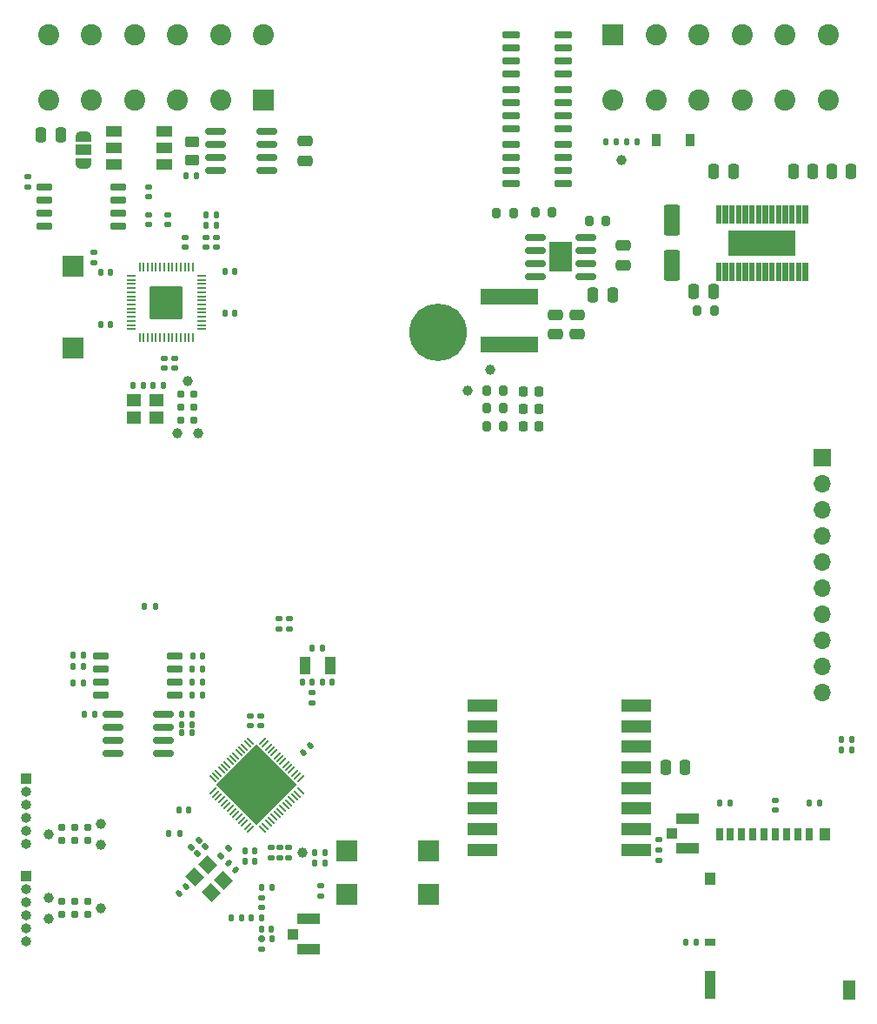
<source format=gbr>
%TF.GenerationSoftware,KiCad,Pcbnew,(6.0.2)*%
%TF.CreationDate,2022-05-10T14:48:36-06:00*%
%TF.ProjectId,CONEPROJ,434f4e45-5052-44f4-9a2e-6b696361645f,rev?*%
%TF.SameCoordinates,Original*%
%TF.FileFunction,Soldermask,Top*%
%TF.FilePolarity,Negative*%
%FSLAX46Y46*%
G04 Gerber Fmt 4.6, Leading zero omitted, Abs format (unit mm)*
G04 Created by KiCad (PCBNEW (6.0.2)) date 2022-05-10 14:48:36*
%MOMM*%
%LPD*%
G01*
G04 APERTURE LIST*
G04 Aperture macros list*
%AMRoundRect*
0 Rectangle with rounded corners*
0 $1 Rounding radius*
0 $2 $3 $4 $5 $6 $7 $8 $9 X,Y pos of 4 corners*
0 Add a 4 corners polygon primitive as box body*
4,1,4,$2,$3,$4,$5,$6,$7,$8,$9,$2,$3,0*
0 Add four circle primitives for the rounded corners*
1,1,$1+$1,$2,$3*
1,1,$1+$1,$4,$5*
1,1,$1+$1,$6,$7*
1,1,$1+$1,$8,$9*
0 Add four rect primitives between the rounded corners*
20,1,$1+$1,$2,$3,$4,$5,0*
20,1,$1+$1,$4,$5,$6,$7,0*
20,1,$1+$1,$6,$7,$8,$9,0*
20,1,$1+$1,$8,$9,$2,$3,0*%
%AMRotRect*
0 Rectangle, with rotation*
0 The origin of the aperture is its center*
0 $1 length*
0 $2 width*
0 $3 Rotation angle, in degrees counterclockwise*
0 Add horizontal line*
21,1,$1,$2,0,0,$3*%
%AMFreePoly0*
4,1,22,0.550000,-0.750000,0.000000,-0.750000,0.000000,-0.745033,-0.079941,-0.743568,-0.215256,-0.701293,-0.333266,-0.622738,-0.424486,-0.514219,-0.481581,-0.384460,-0.499164,-0.250000,-0.500000,-0.250000,-0.500000,0.250000,-0.499164,0.250000,-0.499963,0.256109,-0.478152,0.396186,-0.417904,0.524511,-0.324060,0.630769,-0.204165,0.706417,-0.067858,0.745374,0.000000,0.744959,0.000000,0.750000,
0.550000,0.750000,0.550000,-0.750000,0.550000,-0.750000,$1*%
%AMFreePoly1*
4,1,20,0.000000,0.744959,0.073905,0.744508,0.209726,0.703889,0.328688,0.626782,0.421226,0.519385,0.479903,0.390333,0.500000,0.250000,0.500000,-0.250000,0.499851,-0.262216,0.476331,-0.402017,0.414519,-0.529596,0.319384,-0.634700,0.198574,-0.708877,0.061801,-0.746166,0.000000,-0.745033,0.000000,-0.750000,-0.550000,-0.750000,-0.550000,0.750000,0.000000,0.750000,0.000000,0.744959,
0.000000,0.744959,$1*%
G04 Aperture macros list end*
%ADD10C,0.010000*%
%ADD11RoundRect,0.250000X-0.550000X1.250000X-0.550000X-1.250000X0.550000X-1.250000X0.550000X1.250000X0*%
%ADD12RoundRect,0.200000X-0.200000X-0.275000X0.200000X-0.275000X0.200000X0.275000X-0.200000X0.275000X0*%
%ADD13RoundRect,0.200000X0.200000X0.275000X-0.200000X0.275000X-0.200000X-0.275000X0.200000X-0.275000X0*%
%ADD14RoundRect,0.218750X-0.218750X-0.256250X0.218750X-0.256250X0.218750X0.256250X-0.218750X0.256250X0*%
%ADD15RoundRect,0.250000X0.250000X0.475000X-0.250000X0.475000X-0.250000X-0.475000X0.250000X-0.475000X0*%
%ADD16RoundRect,0.250000X-0.475000X0.250000X-0.475000X-0.250000X0.475000X-0.250000X0.475000X0.250000X0*%
%ADD17RoundRect,0.150000X0.825000X0.150000X-0.825000X0.150000X-0.825000X-0.150000X0.825000X-0.150000X0*%
%ADD18R,2.290000X3.000000*%
%ADD19RoundRect,0.250000X0.475000X-0.250000X0.475000X0.250000X-0.475000X0.250000X-0.475000X-0.250000X0*%
%ADD20C,0.990600*%
%ADD21C,0.787400*%
%ADD22O,1.000000X1.000000*%
%ADD23R,1.000000X1.000000*%
%ADD24RoundRect,0.140000X-0.140000X-0.170000X0.140000X-0.170000X0.140000X0.170000X-0.140000X0.170000X0*%
%ADD25R,5.700000X1.600000*%
%ADD26RoundRect,0.140000X-0.021213X0.219203X-0.219203X0.021213X0.021213X-0.219203X0.219203X-0.021213X0*%
%ADD27RoundRect,0.140000X0.170000X-0.140000X0.170000X0.140000X-0.170000X0.140000X-0.170000X-0.140000X0*%
%ADD28RoundRect,0.150000X-0.825000X-0.150000X0.825000X-0.150000X0.825000X0.150000X-0.825000X0.150000X0*%
%ADD29RoundRect,0.140000X-0.219203X-0.021213X-0.021213X-0.219203X0.219203X0.021213X0.021213X0.219203X0*%
%ADD30RoundRect,0.135000X-0.035355X0.226274X-0.226274X0.035355X0.035355X-0.226274X0.226274X-0.035355X0*%
%ADD31R,1.400000X1.200000*%
%ADD32RoundRect,0.135000X0.135000X0.185000X-0.135000X0.185000X-0.135000X-0.185000X0.135000X-0.185000X0*%
%ADD33R,0.700000X1.200000*%
%ADD34R,1.300000X1.900000*%
%ADD35R,1.000000X1.200000*%
%ADD36R,1.000000X2.800000*%
%ADD37R,1.000000X0.800000*%
%ADD38FreePoly0,90.000000*%
%ADD39R,1.500000X1.000000*%
%ADD40FreePoly1,90.000000*%
%ADD41RoundRect,0.150000X-0.650000X-0.150000X0.650000X-0.150000X0.650000X0.150000X-0.650000X0.150000X0*%
%ADD42RoundRect,0.140000X0.140000X0.170000X-0.140000X0.170000X-0.140000X-0.170000X0.140000X-0.170000X0*%
%ADD43R,3.000000X1.200000*%
%ADD44RoundRect,0.135000X-0.185000X0.135000X-0.185000X-0.135000X0.185000X-0.135000X0.185000X0.135000X0*%
%ADD45RoundRect,0.135000X-0.135000X-0.185000X0.135000X-0.185000X0.135000X0.185000X-0.135000X0.185000X0*%
%ADD46R,2.200000X1.050000*%
%ADD47R,1.050000X1.000000*%
%ADD48C,1.000000*%
%ADD49RoundRect,0.147500X-0.172500X0.147500X-0.172500X-0.147500X0.172500X-0.147500X0.172500X0.147500X0*%
%ADD50RoundRect,0.135000X0.185000X-0.135000X0.185000X0.135000X-0.185000X0.135000X-0.185000X-0.135000X0*%
%ADD51RoundRect,0.140000X-0.170000X0.140000X-0.170000X-0.140000X0.170000X-0.140000X0.170000X0.140000X0*%
%ADD52R,0.900000X1.200000*%
%ADD53RoundRect,0.050000X0.309359X-0.238649X-0.238649X0.309359X-0.309359X0.238649X0.238649X-0.309359X0*%
%ADD54RoundRect,0.050000X0.309359X0.238649X0.238649X0.309359X-0.309359X-0.238649X-0.238649X-0.309359X0*%
%ADD55RotRect,5.600000X5.600000X135.000000*%
%ADD56R,2.056000X2.056000*%
%ADD57C,2.056000*%
%ADD58RoundRect,0.150000X-0.725000X-0.150000X0.725000X-0.150000X0.725000X0.150000X-0.725000X0.150000X0*%
%ADD59RoundRect,0.147500X0.147500X0.172500X-0.147500X0.172500X-0.147500X-0.172500X0.147500X-0.172500X0*%
%ADD60R,2.000000X2.000000*%
%ADD61RoundRect,0.135000X0.035355X-0.226274X0.226274X-0.035355X-0.035355X0.226274X-0.226274X0.035355X0*%
%ADD62RoundRect,0.140000X0.021213X-0.219203X0.219203X-0.021213X-0.021213X0.219203X-0.219203X0.021213X0*%
%ADD63C,5.600000*%
%ADD64R,1.000000X1.800000*%
%ADD65R,1.700000X1.700000*%
%ADD66O,1.700000X1.700000*%
%ADD67RotRect,1.400000X1.200000X135.000000*%
%ADD68RoundRect,0.250000X-0.450000X0.262500X-0.450000X-0.262500X0.450000X-0.262500X0.450000X0.262500X0*%
%ADD69RoundRect,0.050000X-0.387500X-0.050000X0.387500X-0.050000X0.387500X0.050000X-0.387500X0.050000X0*%
%ADD70RoundRect,0.050000X-0.050000X-0.387500X0.050000X-0.387500X0.050000X0.387500X-0.050000X0.387500X0*%
%ADD71RoundRect,0.144000X-1.456000X-1.456000X1.456000X-1.456000X1.456000X1.456000X-1.456000X1.456000X0*%
G04 APERTURE END LIST*
D10*
%TO.C,U10*%
X99021500Y-67155000D02*
X99021500Y-68895000D01*
X99021500Y-68895000D02*
X98581500Y-68895000D01*
X98581500Y-68895000D02*
X98581500Y-67155000D01*
X98581500Y-67155000D02*
X99021500Y-67155000D01*
G36*
X99021500Y-68895000D02*
G01*
X98581500Y-68895000D01*
X98581500Y-67155000D01*
X99021500Y-67155000D01*
X99021500Y-68895000D01*
G37*
X99021500Y-68895000D02*
X98581500Y-68895000D01*
X98581500Y-67155000D01*
X99021500Y-67155000D01*
X99021500Y-68895000D01*
X98371500Y-67155000D02*
X98371500Y-68895000D01*
X98371500Y-68895000D02*
X97931500Y-68895000D01*
X97931500Y-68895000D02*
X97931500Y-67155000D01*
X97931500Y-67155000D02*
X98371500Y-67155000D01*
G36*
X98371500Y-68895000D02*
G01*
X97931500Y-68895000D01*
X97931500Y-67155000D01*
X98371500Y-67155000D01*
X98371500Y-68895000D01*
G37*
X98371500Y-68895000D02*
X97931500Y-68895000D01*
X97931500Y-67155000D01*
X98371500Y-67155000D01*
X98371500Y-68895000D01*
X95121500Y-61555000D02*
X95121500Y-63295000D01*
X95121500Y-63295000D02*
X94681500Y-63295000D01*
X94681500Y-63295000D02*
X94681500Y-61555000D01*
X94681500Y-61555000D02*
X95121500Y-61555000D01*
G36*
X95121500Y-63295000D02*
G01*
X94681500Y-63295000D01*
X94681500Y-61555000D01*
X95121500Y-61555000D01*
X95121500Y-63295000D01*
G37*
X95121500Y-63295000D02*
X94681500Y-63295000D01*
X94681500Y-61555000D01*
X95121500Y-61555000D01*
X95121500Y-63295000D01*
X97721500Y-61555000D02*
X97721500Y-63295000D01*
X97721500Y-63295000D02*
X97281500Y-63295000D01*
X97281500Y-63295000D02*
X97281500Y-61555000D01*
X97281500Y-61555000D02*
X97721500Y-61555000D01*
G36*
X97721500Y-63295000D02*
G01*
X97281500Y-63295000D01*
X97281500Y-61555000D01*
X97721500Y-61555000D01*
X97721500Y-63295000D01*
G37*
X97721500Y-63295000D02*
X97281500Y-63295000D01*
X97281500Y-61555000D01*
X97721500Y-61555000D01*
X97721500Y-63295000D01*
X102921500Y-61555000D02*
X102921500Y-63295000D01*
X102921500Y-63295000D02*
X102481500Y-63295000D01*
X102481500Y-63295000D02*
X102481500Y-61555000D01*
X102481500Y-61555000D02*
X102921500Y-61555000D01*
G36*
X102921500Y-63295000D02*
G01*
X102481500Y-63295000D01*
X102481500Y-61555000D01*
X102921500Y-61555000D01*
X102921500Y-63295000D01*
G37*
X102921500Y-63295000D02*
X102481500Y-63295000D01*
X102481500Y-61555000D01*
X102921500Y-61555000D01*
X102921500Y-63295000D01*
X99671500Y-61555000D02*
X99671500Y-63295000D01*
X99671500Y-63295000D02*
X99231500Y-63295000D01*
X99231500Y-63295000D02*
X99231500Y-61555000D01*
X99231500Y-61555000D02*
X99671500Y-61555000D01*
G36*
X99671500Y-63295000D02*
G01*
X99231500Y-63295000D01*
X99231500Y-61555000D01*
X99671500Y-61555000D01*
X99671500Y-63295000D01*
G37*
X99671500Y-63295000D02*
X99231500Y-63295000D01*
X99231500Y-61555000D01*
X99671500Y-61555000D01*
X99671500Y-63295000D01*
X98371500Y-61555000D02*
X98371500Y-63295000D01*
X98371500Y-63295000D02*
X97931500Y-63295000D01*
X97931500Y-63295000D02*
X97931500Y-61555000D01*
X97931500Y-61555000D02*
X98371500Y-61555000D01*
G36*
X98371500Y-63295000D02*
G01*
X97931500Y-63295000D01*
X97931500Y-61555000D01*
X98371500Y-61555000D01*
X98371500Y-63295000D01*
G37*
X98371500Y-63295000D02*
X97931500Y-63295000D01*
X97931500Y-61555000D01*
X98371500Y-61555000D01*
X98371500Y-63295000D01*
X100971500Y-67155000D02*
X100971500Y-68895000D01*
X100971500Y-68895000D02*
X100531500Y-68895000D01*
X100531500Y-68895000D02*
X100531500Y-67155000D01*
X100531500Y-67155000D02*
X100971500Y-67155000D01*
G36*
X100971500Y-68895000D02*
G01*
X100531500Y-68895000D01*
X100531500Y-67155000D01*
X100971500Y-67155000D01*
X100971500Y-68895000D01*
G37*
X100971500Y-68895000D02*
X100531500Y-68895000D01*
X100531500Y-67155000D01*
X100971500Y-67155000D01*
X100971500Y-68895000D01*
X100971500Y-61555000D02*
X100971500Y-63295000D01*
X100971500Y-63295000D02*
X100531500Y-63295000D01*
X100531500Y-63295000D02*
X100531500Y-61555000D01*
X100531500Y-61555000D02*
X100971500Y-61555000D01*
G36*
X100971500Y-63295000D02*
G01*
X100531500Y-63295000D01*
X100531500Y-61555000D01*
X100971500Y-61555000D01*
X100971500Y-63295000D01*
G37*
X100971500Y-63295000D02*
X100531500Y-63295000D01*
X100531500Y-61555000D01*
X100971500Y-61555000D01*
X100971500Y-63295000D01*
X102921500Y-67155000D02*
X102921500Y-68895000D01*
X102921500Y-68895000D02*
X102481500Y-68895000D01*
X102481500Y-68895000D02*
X102481500Y-67155000D01*
X102481500Y-67155000D02*
X102921500Y-67155000D01*
G36*
X102921500Y-68895000D02*
G01*
X102481500Y-68895000D01*
X102481500Y-67155000D01*
X102921500Y-67155000D01*
X102921500Y-68895000D01*
G37*
X102921500Y-68895000D02*
X102481500Y-68895000D01*
X102481500Y-67155000D01*
X102921500Y-67155000D01*
X102921500Y-68895000D01*
X101621500Y-67155000D02*
X101621500Y-68895000D01*
X101621500Y-68895000D02*
X101181500Y-68895000D01*
X101181500Y-68895000D02*
X101181500Y-67155000D01*
X101181500Y-67155000D02*
X101621500Y-67155000D01*
G36*
X101621500Y-68895000D02*
G01*
X101181500Y-68895000D01*
X101181500Y-67155000D01*
X101621500Y-67155000D01*
X101621500Y-68895000D01*
G37*
X101621500Y-68895000D02*
X101181500Y-68895000D01*
X101181500Y-67155000D01*
X101621500Y-67155000D01*
X101621500Y-68895000D01*
X99021500Y-61555000D02*
X99021500Y-63295000D01*
X99021500Y-63295000D02*
X98581500Y-63295000D01*
X98581500Y-63295000D02*
X98581500Y-61555000D01*
X98581500Y-61555000D02*
X99021500Y-61555000D01*
G36*
X99021500Y-63295000D02*
G01*
X98581500Y-63295000D01*
X98581500Y-61555000D01*
X99021500Y-61555000D01*
X99021500Y-63295000D01*
G37*
X99021500Y-63295000D02*
X98581500Y-63295000D01*
X98581500Y-61555000D01*
X99021500Y-61555000D01*
X99021500Y-63295000D01*
X101706500Y-64025000D02*
X101706500Y-66425000D01*
X101706500Y-66425000D02*
X95246500Y-66425000D01*
X95246500Y-66425000D02*
X95246500Y-64025000D01*
X95246500Y-64025000D02*
X101706500Y-64025000D01*
G36*
X101706500Y-66425000D02*
G01*
X95246500Y-66425000D01*
X95246500Y-64025000D01*
X101706500Y-64025000D01*
X101706500Y-66425000D01*
G37*
X101706500Y-66425000D02*
X95246500Y-66425000D01*
X95246500Y-64025000D01*
X101706500Y-64025000D01*
X101706500Y-66425000D01*
X102271500Y-67155000D02*
X102271500Y-68895000D01*
X102271500Y-68895000D02*
X101831500Y-68895000D01*
X101831500Y-68895000D02*
X101831500Y-67155000D01*
X101831500Y-67155000D02*
X102271500Y-67155000D01*
G36*
X102271500Y-68895000D02*
G01*
X101831500Y-68895000D01*
X101831500Y-67155000D01*
X102271500Y-67155000D01*
X102271500Y-68895000D01*
G37*
X102271500Y-68895000D02*
X101831500Y-68895000D01*
X101831500Y-67155000D01*
X102271500Y-67155000D01*
X102271500Y-68895000D01*
X99671500Y-67155000D02*
X99671500Y-68895000D01*
X99671500Y-68895000D02*
X99231500Y-68895000D01*
X99231500Y-68895000D02*
X99231500Y-67155000D01*
X99231500Y-67155000D02*
X99671500Y-67155000D01*
G36*
X99671500Y-68895000D02*
G01*
X99231500Y-68895000D01*
X99231500Y-67155000D01*
X99671500Y-67155000D01*
X99671500Y-68895000D01*
G37*
X99671500Y-68895000D02*
X99231500Y-68895000D01*
X99231500Y-67155000D01*
X99671500Y-67155000D01*
X99671500Y-68895000D01*
X95771500Y-61555000D02*
X95771500Y-63295000D01*
X95771500Y-63295000D02*
X95331500Y-63295000D01*
X95331500Y-63295000D02*
X95331500Y-61555000D01*
X95331500Y-61555000D02*
X95771500Y-61555000D01*
G36*
X95771500Y-63295000D02*
G01*
X95331500Y-63295000D01*
X95331500Y-61555000D01*
X95771500Y-61555000D01*
X95771500Y-63295000D01*
G37*
X95771500Y-63295000D02*
X95331500Y-63295000D01*
X95331500Y-61555000D01*
X95771500Y-61555000D01*
X95771500Y-63295000D01*
X97071500Y-61555000D02*
X97071500Y-63295000D01*
X97071500Y-63295000D02*
X96631500Y-63295000D01*
X96631500Y-63295000D02*
X96631500Y-61555000D01*
X96631500Y-61555000D02*
X97071500Y-61555000D01*
G36*
X97071500Y-63295000D02*
G01*
X96631500Y-63295000D01*
X96631500Y-61555000D01*
X97071500Y-61555000D01*
X97071500Y-63295000D01*
G37*
X97071500Y-63295000D02*
X96631500Y-63295000D01*
X96631500Y-61555000D01*
X97071500Y-61555000D01*
X97071500Y-63295000D01*
X100321500Y-67155000D02*
X100321500Y-68895000D01*
X100321500Y-68895000D02*
X99881500Y-68895000D01*
X99881500Y-68895000D02*
X99881500Y-67155000D01*
X99881500Y-67155000D02*
X100321500Y-67155000D01*
G36*
X100321500Y-68895000D02*
G01*
X99881500Y-68895000D01*
X99881500Y-67155000D01*
X100321500Y-67155000D01*
X100321500Y-68895000D01*
G37*
X100321500Y-68895000D02*
X99881500Y-68895000D01*
X99881500Y-67155000D01*
X100321500Y-67155000D01*
X100321500Y-68895000D01*
X97721500Y-67155000D02*
X97721500Y-68895000D01*
X97721500Y-68895000D02*
X97281500Y-68895000D01*
X97281500Y-68895000D02*
X97281500Y-67155000D01*
X97281500Y-67155000D02*
X97721500Y-67155000D01*
G36*
X97721500Y-68895000D02*
G01*
X97281500Y-68895000D01*
X97281500Y-67155000D01*
X97721500Y-67155000D01*
X97721500Y-68895000D01*
G37*
X97721500Y-68895000D02*
X97281500Y-68895000D01*
X97281500Y-67155000D01*
X97721500Y-67155000D01*
X97721500Y-68895000D01*
X101621500Y-61555000D02*
X101621500Y-63295000D01*
X101621500Y-63295000D02*
X101181500Y-63295000D01*
X101181500Y-63295000D02*
X101181500Y-61555000D01*
X101181500Y-61555000D02*
X101621500Y-61555000D01*
G36*
X101621500Y-63295000D02*
G01*
X101181500Y-63295000D01*
X101181500Y-61555000D01*
X101621500Y-61555000D01*
X101621500Y-63295000D01*
G37*
X101621500Y-63295000D02*
X101181500Y-63295000D01*
X101181500Y-61555000D01*
X101621500Y-61555000D01*
X101621500Y-63295000D01*
X95771500Y-67155000D02*
X95771500Y-68895000D01*
X95771500Y-68895000D02*
X95331500Y-68895000D01*
X95331500Y-68895000D02*
X95331500Y-67155000D01*
X95331500Y-67155000D02*
X95771500Y-67155000D01*
G36*
X95771500Y-68895000D02*
G01*
X95331500Y-68895000D01*
X95331500Y-67155000D01*
X95771500Y-67155000D01*
X95771500Y-68895000D01*
G37*
X95771500Y-68895000D02*
X95331500Y-68895000D01*
X95331500Y-67155000D01*
X95771500Y-67155000D01*
X95771500Y-68895000D01*
X97071500Y-67155000D02*
X97071500Y-68895000D01*
X97071500Y-68895000D02*
X96631500Y-68895000D01*
X96631500Y-68895000D02*
X96631500Y-67155000D01*
X96631500Y-67155000D02*
X97071500Y-67155000D01*
G36*
X97071500Y-68895000D02*
G01*
X96631500Y-68895000D01*
X96631500Y-67155000D01*
X97071500Y-67155000D01*
X97071500Y-68895000D01*
G37*
X97071500Y-68895000D02*
X96631500Y-68895000D01*
X96631500Y-67155000D01*
X97071500Y-67155000D01*
X97071500Y-68895000D01*
X94471500Y-67155000D02*
X94471500Y-68895000D01*
X94471500Y-68895000D02*
X94031500Y-68895000D01*
X94031500Y-68895000D02*
X94031500Y-67155000D01*
X94031500Y-67155000D02*
X94471500Y-67155000D01*
G36*
X94471500Y-68895000D02*
G01*
X94031500Y-68895000D01*
X94031500Y-67155000D01*
X94471500Y-67155000D01*
X94471500Y-68895000D01*
G37*
X94471500Y-68895000D02*
X94031500Y-68895000D01*
X94031500Y-67155000D01*
X94471500Y-67155000D01*
X94471500Y-68895000D01*
X95121500Y-67155000D02*
X95121500Y-68895000D01*
X95121500Y-68895000D02*
X94681500Y-68895000D01*
X94681500Y-68895000D02*
X94681500Y-67155000D01*
X94681500Y-67155000D02*
X95121500Y-67155000D01*
G36*
X95121500Y-68895000D02*
G01*
X94681500Y-68895000D01*
X94681500Y-67155000D01*
X95121500Y-67155000D01*
X95121500Y-68895000D01*
G37*
X95121500Y-68895000D02*
X94681500Y-68895000D01*
X94681500Y-67155000D01*
X95121500Y-67155000D01*
X95121500Y-68895000D01*
X96421500Y-61555000D02*
X96421500Y-63295000D01*
X96421500Y-63295000D02*
X95981500Y-63295000D01*
X95981500Y-63295000D02*
X95981500Y-61555000D01*
X95981500Y-61555000D02*
X96421500Y-61555000D01*
G36*
X96421500Y-63295000D02*
G01*
X95981500Y-63295000D01*
X95981500Y-61555000D01*
X96421500Y-61555000D01*
X96421500Y-63295000D01*
G37*
X96421500Y-63295000D02*
X95981500Y-63295000D01*
X95981500Y-61555000D01*
X96421500Y-61555000D01*
X96421500Y-63295000D01*
X94471500Y-61555000D02*
X94471500Y-63295000D01*
X94471500Y-63295000D02*
X94031500Y-63295000D01*
X94031500Y-63295000D02*
X94031500Y-61555000D01*
X94031500Y-61555000D02*
X94471500Y-61555000D01*
G36*
X94471500Y-63295000D02*
G01*
X94031500Y-63295000D01*
X94031500Y-61555000D01*
X94471500Y-61555000D01*
X94471500Y-63295000D01*
G37*
X94471500Y-63295000D02*
X94031500Y-63295000D01*
X94031500Y-61555000D01*
X94471500Y-61555000D01*
X94471500Y-63295000D01*
X102271500Y-61555000D02*
X102271500Y-63295000D01*
X102271500Y-63295000D02*
X101831500Y-63295000D01*
X101831500Y-63295000D02*
X101831500Y-61555000D01*
X101831500Y-61555000D02*
X102271500Y-61555000D01*
G36*
X102271500Y-63295000D02*
G01*
X101831500Y-63295000D01*
X101831500Y-61555000D01*
X102271500Y-61555000D01*
X102271500Y-63295000D01*
G37*
X102271500Y-63295000D02*
X101831500Y-63295000D01*
X101831500Y-61555000D01*
X102271500Y-61555000D01*
X102271500Y-63295000D01*
X100321500Y-61555000D02*
X100321500Y-63295000D01*
X100321500Y-63295000D02*
X99881500Y-63295000D01*
X99881500Y-63295000D02*
X99881500Y-61555000D01*
X99881500Y-61555000D02*
X100321500Y-61555000D01*
G36*
X100321500Y-63295000D02*
G01*
X99881500Y-63295000D01*
X99881500Y-61555000D01*
X100321500Y-61555000D01*
X100321500Y-63295000D01*
G37*
X100321500Y-63295000D02*
X99881500Y-63295000D01*
X99881500Y-61555000D01*
X100321500Y-61555000D01*
X100321500Y-63295000D01*
X96421500Y-67155000D02*
X96421500Y-68895000D01*
X96421500Y-68895000D02*
X95981500Y-68895000D01*
X95981500Y-68895000D02*
X95981500Y-67155000D01*
X95981500Y-67155000D02*
X96421500Y-67155000D01*
G36*
X96421500Y-68895000D02*
G01*
X95981500Y-68895000D01*
X95981500Y-67155000D01*
X96421500Y-67155000D01*
X96421500Y-68895000D01*
G37*
X96421500Y-68895000D02*
X95981500Y-68895000D01*
X95981500Y-67155000D01*
X96421500Y-67155000D01*
X96421500Y-68895000D01*
%TD*%
D11*
%TO.C,C47*%
X89745000Y-63074999D03*
X89745000Y-67474999D03*
%TD*%
D12*
%TO.C,R39*%
X92215000Y-71860000D03*
X93865000Y-71860000D03*
%TD*%
D13*
%TO.C,R20*%
X73342498Y-83075001D03*
X71692498Y-83075001D03*
%TD*%
%TO.C,R19*%
X73342499Y-81350001D03*
X71692499Y-81350001D03*
%TD*%
%TO.C,R18*%
X73332499Y-79660000D03*
X71682499Y-79660000D03*
%TD*%
D14*
%TO.C,D4*%
X75234998Y-83075001D03*
X76809998Y-83075001D03*
%TD*%
%TO.C,D3*%
X75234998Y-81389999D03*
X76809998Y-81389999D03*
%TD*%
%TO.C,D2*%
X75224998Y-79700000D03*
X76799998Y-79700000D03*
%TD*%
D15*
%TO.C,C46*%
X107185001Y-58335000D03*
X105285001Y-58335000D03*
%TD*%
%TO.C,C45*%
X91024999Y-116250002D03*
X89124999Y-116250002D03*
%TD*%
%TO.C,C44*%
X95745000Y-58335000D03*
X93845000Y-58335000D03*
%TD*%
%TO.C,C43*%
X103455000Y-58335000D03*
X101555000Y-58335000D03*
%TD*%
%TO.C,C42*%
X93765000Y-70004999D03*
X91865000Y-70004999D03*
%TD*%
%TO.C,C6*%
X30210000Y-54750000D03*
X28310000Y-54750000D03*
%TD*%
D16*
%TO.C,C5*%
X53990000Y-55364999D03*
X53990000Y-57264999D03*
%TD*%
D17*
%TO.C,U8*%
X81380000Y-68510000D03*
X81380000Y-67240000D03*
X81380000Y-65970000D03*
X81380000Y-64700000D03*
X76430000Y-64700000D03*
X76430000Y-65970000D03*
X76430000Y-67240000D03*
X76430000Y-68510000D03*
D18*
X78905000Y-66605000D03*
%TD*%
D12*
%TO.C,R35*%
X78070000Y-62315000D03*
X76420000Y-62315000D03*
%TD*%
%TO.C,R34*%
X74300000Y-62325000D03*
X72650000Y-62325000D03*
%TD*%
D13*
%TO.C,R23*%
X83340000Y-63095000D03*
X81690000Y-63095000D03*
%TD*%
D19*
%TO.C,C41*%
X78425000Y-74155000D03*
X78425000Y-72255000D03*
%TD*%
%TO.C,C39*%
X80495000Y-74155000D03*
X80495000Y-72255000D03*
%TD*%
D15*
%TO.C,C32*%
X83955001Y-70325000D03*
X82055001Y-70325000D03*
%TD*%
D19*
%TO.C,C25*%
X85025000Y-67405000D03*
X85025000Y-65505000D03*
%TD*%
D20*
%TO.C,TC4*%
X34140000Y-123786000D03*
X34140000Y-121754000D03*
X29060000Y-122770000D03*
D21*
X30330000Y-123405000D03*
X30330000Y-122135000D03*
X31600000Y-123405000D03*
X31600000Y-122135000D03*
X32870000Y-123405000D03*
X32870000Y-122135000D03*
%TD*%
D22*
%TO.C,J8*%
X26830000Y-123760000D03*
X26830000Y-122490000D03*
X26830000Y-121220000D03*
X26830000Y-119950000D03*
X26830000Y-118680000D03*
D23*
X26830000Y-117410000D03*
%TD*%
%TO.C,J6*%
X26850000Y-126890000D03*
D22*
X26850000Y-128160000D03*
X26850000Y-129430000D03*
X26850000Y-130700000D03*
X26850000Y-131970000D03*
X26850000Y-133240000D03*
%TD*%
D24*
%TO.C,C24*%
X39230000Y-79100000D03*
X40190000Y-79100000D03*
%TD*%
D25*
%TO.C,L6*%
X73950000Y-70480000D03*
X73950000Y-75180000D03*
%TD*%
D26*
%TO.C,C22*%
X42377559Y-127881163D03*
X41698737Y-128559985D03*
%TD*%
D27*
%TO.C,C16*%
X48680000Y-112220000D03*
X48680000Y-111260000D03*
%TD*%
D28*
%TO.C,U2*%
X35298163Y-111122087D03*
X35298163Y-112392087D03*
X35298163Y-113662087D03*
X35298163Y-114932087D03*
X40248163Y-114932087D03*
X40248163Y-113662087D03*
X40248163Y-112392087D03*
X40248163Y-111122087D03*
%TD*%
D20*
%TO.C,TC3*%
X42570000Y-78700000D03*
X43586000Y-83780000D03*
X41554000Y-83780000D03*
D21*
X41935000Y-79970000D03*
X43205000Y-79970000D03*
X41935000Y-81240000D03*
X43205000Y-81240000D03*
X41935000Y-82510000D03*
X43205000Y-82510000D03*
%TD*%
D17*
%TO.C,U3*%
X50270000Y-58230000D03*
X50270000Y-56960000D03*
X50270000Y-55690000D03*
X50270000Y-54420000D03*
X45320000Y-54420000D03*
X45320000Y-55690000D03*
X45320000Y-56960000D03*
X45320000Y-58230000D03*
%TD*%
D24*
%TO.C,C21*%
X46850000Y-130980000D03*
X47810000Y-130980000D03*
%TD*%
D29*
%TO.C,C18*%
X46580589Y-125610589D03*
X47259411Y-126289411D03*
%TD*%
D30*
%TO.C,R26*%
X43670624Y-123379376D03*
X42949376Y-124100624D03*
%TD*%
D31*
%TO.C,Y4*%
X39500000Y-80520000D03*
X37300000Y-80520000D03*
X37300000Y-82220000D03*
X39500000Y-82220000D03*
%TD*%
D27*
%TO.C,C33*%
X42330000Y-65660000D03*
X42330000Y-64700000D03*
%TD*%
D32*
%TO.C,R31*%
X84355000Y-55424999D03*
X83335000Y-55424999D03*
%TD*%
D33*
%TO.C,J3*%
X103085000Y-122845003D03*
X101985000Y-122845003D03*
X100885000Y-122845003D03*
X99785000Y-122845003D03*
X98685000Y-122845003D03*
X97585000Y-122845003D03*
X96485000Y-122845003D03*
X95385000Y-122845003D03*
D34*
X106985000Y-137945003D03*
D35*
X104635000Y-122845003D03*
D36*
X93485000Y-137495003D03*
D35*
X93485000Y-127145003D03*
D37*
X93485000Y-133345003D03*
D33*
X94435000Y-122845003D03*
%TD*%
D38*
%TO.C,JP2*%
X32440000Y-57500000D03*
D39*
X32440000Y-56200000D03*
D40*
X32440000Y-54900000D03*
%TD*%
D41*
%TO.C,U5*%
X34078163Y-105482086D03*
X34078163Y-106752086D03*
X34078163Y-108022086D03*
X34078163Y-109292086D03*
X41278163Y-109292086D03*
X41278163Y-108022086D03*
X41278163Y-106752086D03*
X41278163Y-105482086D03*
%TD*%
D32*
%TO.C,R43*%
X107240000Y-113550000D03*
X106220000Y-113550000D03*
%TD*%
D42*
%TO.C,C50*%
X35070000Y-68130000D03*
X34110000Y-68130000D03*
%TD*%
D43*
%TO.C,U9*%
X71275000Y-110300000D03*
X71275000Y-112300000D03*
X71275000Y-114300000D03*
X71275000Y-116300000D03*
X71275000Y-118300000D03*
X71275000Y-120300000D03*
X71275000Y-122300000D03*
X71275000Y-124300000D03*
X86275000Y-124300000D03*
X86275000Y-122300000D03*
X86275000Y-120300000D03*
X86275000Y-118300000D03*
X86275000Y-116300000D03*
X86275000Y-114300000D03*
X86275000Y-112300000D03*
X86275000Y-110300000D03*
%TD*%
D44*
%TO.C,R8*%
X54720000Y-109000000D03*
X54720000Y-110020000D03*
%TD*%
D42*
%TO.C,C23*%
X54721644Y-108019382D03*
X53761644Y-108019382D03*
%TD*%
%TO.C,C49*%
X35050000Y-73190000D03*
X34090000Y-73190000D03*
%TD*%
D45*
%TO.C,R2*%
X41987652Y-112103456D03*
X43007652Y-112103456D03*
%TD*%
D46*
%TO.C,J7*%
X54335000Y-131035000D03*
D47*
X52810000Y-132510000D03*
D46*
X54335000Y-133985000D03*
%TD*%
D30*
%TO.C,R27*%
X44260000Y-123980000D03*
X43538752Y-124701248D03*
%TD*%
D45*
%TO.C,R24*%
X91134999Y-133340002D03*
X92154999Y-133340002D03*
%TD*%
D27*
%TO.C,C38*%
X44380000Y-65660000D03*
X44380000Y-64700000D03*
%TD*%
D24*
%TO.C,C3*%
X42018164Y-111167088D03*
X42978164Y-111167088D03*
%TD*%
D42*
%TO.C,C26*%
X38250000Y-79090000D03*
X37290000Y-79090000D03*
%TD*%
D48*
%TO.C,TP3*%
X84855000Y-57155000D03*
%TD*%
D24*
%TO.C,C40*%
X46210000Y-72060000D03*
X47170000Y-72060000D03*
%TD*%
D49*
%TO.C,L3*%
X49770000Y-128965000D03*
X49770000Y-129935000D03*
%TD*%
D50*
%TO.C,R32*%
X88504999Y-124310002D03*
X88504999Y-123290002D03*
%TD*%
D51*
%TO.C,C10*%
X50720000Y-124100000D03*
X50720000Y-125060000D03*
%TD*%
D44*
%TO.C,R37*%
X27040000Y-58810000D03*
X27040000Y-59830000D03*
%TD*%
D45*
%TO.C,R38*%
X38390000Y-100610000D03*
X39410000Y-100610000D03*
%TD*%
%TO.C,R15*%
X31440000Y-105400000D03*
X32460000Y-105400000D03*
%TD*%
D32*
%TO.C,R28*%
X50780000Y-133000000D03*
X49760000Y-133000000D03*
%TD*%
D52*
%TO.C,D5*%
X91555000Y-55255000D03*
X88255000Y-55255000D03*
%TD*%
D46*
%TO.C,J2*%
X91304999Y-121255002D03*
D47*
X89779999Y-122730002D03*
D46*
X91304999Y-124205002D03*
%TD*%
D27*
%TO.C,C29*%
X38770000Y-63480000D03*
X38770000Y-62520000D03*
%TD*%
D24*
%TO.C,C2*%
X42018161Y-112927087D03*
X42978161Y-112927087D03*
%TD*%
D53*
%TO.C,U4*%
X49872202Y-122289157D03*
X50155045Y-122006314D03*
X50437887Y-121723472D03*
X50720730Y-121440629D03*
X51003573Y-121157786D03*
X51286415Y-120874944D03*
X51569258Y-120592101D03*
X51852101Y-120309258D03*
X52134944Y-120026415D03*
X52417786Y-119743573D03*
X52700629Y-119460730D03*
X52983472Y-119177887D03*
X53266314Y-118895045D03*
X53549157Y-118612202D03*
D54*
X53549157Y-117427798D03*
X53266314Y-117144955D03*
X52983472Y-116862113D03*
X52700629Y-116579270D03*
X52417786Y-116296427D03*
X52134944Y-116013585D03*
X51852101Y-115730742D03*
X51569258Y-115447899D03*
X51286415Y-115165056D03*
X51003573Y-114882214D03*
X50720730Y-114599371D03*
X50437887Y-114316528D03*
X50155045Y-114033686D03*
X49872202Y-113750843D03*
D53*
X48687798Y-113750843D03*
X48404955Y-114033686D03*
X48122113Y-114316528D03*
X47839270Y-114599371D03*
X47556427Y-114882214D03*
X47273585Y-115165056D03*
X46990742Y-115447899D03*
X46707899Y-115730742D03*
X46425056Y-116013585D03*
X46142214Y-116296427D03*
X45859371Y-116579270D03*
X45576528Y-116862113D03*
X45293686Y-117144955D03*
X45010843Y-117427798D03*
D54*
X45010843Y-118612202D03*
X45293686Y-118895045D03*
X45576528Y-119177887D03*
X45859371Y-119460730D03*
X46142214Y-119743573D03*
X46425056Y-120026415D03*
X46707899Y-120309258D03*
X46990742Y-120592101D03*
X47273585Y-120874944D03*
X47556427Y-121157786D03*
X47839270Y-121440629D03*
X48122113Y-121723472D03*
X48404955Y-122006314D03*
X48687798Y-122289157D03*
D55*
X49280000Y-118020000D03*
%TD*%
D27*
%TO.C,C28*%
X99780000Y-120450000D03*
X99780000Y-119490000D03*
%TD*%
D56*
%TO.C,J4*%
X84025000Y-45040000D03*
D57*
X88215000Y-45040000D03*
X92405000Y-45040000D03*
X96595000Y-45040000D03*
X100785000Y-45040000D03*
X104975000Y-45040000D03*
X104975000Y-51390000D03*
X100785000Y-51390000D03*
X96595000Y-51390000D03*
X92405000Y-51390000D03*
X88215000Y-51390000D03*
X84025000Y-51390000D03*
D56*
X49975000Y-51390000D03*
D57*
X45785000Y-51390000D03*
X41595000Y-51390000D03*
X37405000Y-51390000D03*
X33215000Y-51390000D03*
X29025000Y-51390000D03*
X29025000Y-45040000D03*
X33215000Y-45040000D03*
X37405000Y-45040000D03*
X41595000Y-45040000D03*
X45785000Y-45040000D03*
X49975000Y-45040000D03*
%TD*%
D58*
%TO.C,Q4*%
X74050000Y-55669999D03*
X74050000Y-56939999D03*
X74050000Y-58209999D03*
X74050000Y-59479999D03*
X79200000Y-59479999D03*
X79200000Y-58209999D03*
X79200000Y-56939999D03*
X79200000Y-55669999D03*
%TD*%
D24*
%TO.C,C13*%
X48130000Y-124390000D03*
X49090000Y-124390000D03*
%TD*%
D59*
%TO.C,L4*%
X49775000Y-130960000D03*
X48805000Y-130960000D03*
%TD*%
D44*
%TO.C,R4*%
X55540000Y-127800000D03*
X55540000Y-128820000D03*
%TD*%
D48*
%TO.C,TP4*%
X69880000Y-79620000D03*
%TD*%
D45*
%TO.C,R44*%
X94360000Y-119760000D03*
X95380000Y-119760000D03*
%TD*%
D60*
%TO.C,SW3*%
X58050000Y-124390000D03*
X66050000Y-124390000D03*
%TD*%
D32*
%TO.C,R40*%
X107240000Y-114590000D03*
X106220000Y-114590000D03*
%TD*%
%TO.C,R12*%
X32463163Y-106442088D03*
X31443163Y-106442088D03*
%TD*%
D45*
%TO.C,R6*%
X40760000Y-122730000D03*
X41780000Y-122730000D03*
%TD*%
D32*
%TO.C,R5*%
X33558161Y-111147087D03*
X32538161Y-111147087D03*
%TD*%
D50*
%TO.C,R22*%
X49760000Y-134000000D03*
X49760000Y-132980000D03*
%TD*%
D60*
%TO.C,SW2*%
X66040000Y-128660000D03*
X58040000Y-128660000D03*
%TD*%
D32*
%TO.C,R10*%
X32463164Y-108112087D03*
X31443164Y-108112087D03*
%TD*%
D44*
%TO.C,R33*%
X88502499Y-124307502D03*
X88502499Y-125327502D03*
%TD*%
D50*
%TO.C,R17*%
X51480000Y-102860000D03*
X51480000Y-101840000D03*
%TD*%
D44*
%TO.C,R36*%
X33422679Y-66170000D03*
X33422679Y-67190000D03*
%TD*%
D32*
%TO.C,R42*%
X45410000Y-63570000D03*
X44390000Y-63570000D03*
%TD*%
D41*
%TO.C,U7*%
X28630000Y-59825000D03*
X28630000Y-61095000D03*
X28630000Y-62365000D03*
X28630000Y-63635000D03*
X35830000Y-63635000D03*
X35830000Y-62365000D03*
X35830000Y-61095000D03*
X35830000Y-59825000D03*
%TD*%
D45*
%TO.C,R9*%
X43003163Y-106762087D03*
X44023163Y-106762087D03*
%TD*%
D58*
%TO.C,Q3*%
X74049999Y-50350001D03*
X74049999Y-51620001D03*
X74049999Y-52890001D03*
X74049999Y-54160001D03*
X79199999Y-54160001D03*
X79199999Y-52890001D03*
X79199999Y-51620001D03*
X79199999Y-50350001D03*
%TD*%
D24*
%TO.C,C4*%
X43053164Y-105477088D03*
X44013164Y-105477088D03*
%TD*%
D32*
%TO.C,R45*%
X104100000Y-119760000D03*
X103080000Y-119760000D03*
%TD*%
%TO.C,R41*%
X45410000Y-62520000D03*
X44390000Y-62520000D03*
%TD*%
D27*
%TO.C,C14*%
X49679998Y-112219998D03*
X49679998Y-111259998D03*
%TD*%
D32*
%TO.C,R21*%
X55670001Y-104667696D03*
X54650001Y-104667696D03*
%TD*%
D51*
%TO.C,C48*%
X40320000Y-76480000D03*
X40320000Y-77440000D03*
%TD*%
D61*
%TO.C,R7*%
X45799376Y-124920624D03*
X46520624Y-124199376D03*
%TD*%
D62*
%TO.C,C7*%
X53871330Y-114877518D03*
X54550152Y-114198696D03*
%TD*%
D32*
%TO.C,R30*%
X86325000Y-55424999D03*
X85305000Y-55424999D03*
%TD*%
D51*
%TO.C,C12*%
X51540000Y-124100000D03*
X51540000Y-125060000D03*
%TD*%
D45*
%TO.C,R25*%
X54980000Y-124550000D03*
X56000000Y-124550000D03*
%TD*%
D50*
%TO.C,R16*%
X52530000Y-102860000D03*
X52530000Y-101840000D03*
%TD*%
D24*
%TO.C,C52*%
X46220000Y-68050000D03*
X47180000Y-68050000D03*
%TD*%
D51*
%TO.C,C31*%
X41350000Y-76480000D03*
X41350000Y-77440000D03*
%TD*%
D24*
%TO.C,C19*%
X55684142Y-108005240D03*
X56644142Y-108005240D03*
%TD*%
D42*
%TO.C,C37*%
X55940000Y-125610000D03*
X54980000Y-125610000D03*
%TD*%
%TO.C,C17*%
X50770000Y-127960000D03*
X49810000Y-127960000D03*
%TD*%
D48*
%TO.C,TP2*%
X53800000Y-124550000D03*
%TD*%
D27*
%TO.C,C51*%
X40630000Y-63480000D03*
X40630000Y-62520000D03*
%TD*%
D63*
%TO.C,H1*%
X67000000Y-74000000D03*
%TD*%
D64*
%TO.C,Y3*%
X56500001Y-106397695D03*
X54000001Y-106397695D03*
%TD*%
D45*
%TO.C,R11*%
X43003164Y-108022086D03*
X44023164Y-108022086D03*
%TD*%
D39*
%TO.C,U6*%
X35390000Y-54440000D03*
X35390000Y-56040000D03*
X35390000Y-57640000D03*
X40290000Y-57640000D03*
X40290000Y-56040000D03*
X40290000Y-54440000D03*
%TD*%
D45*
%TO.C,R13*%
X43003162Y-109262088D03*
X44023162Y-109262088D03*
%TD*%
D51*
%TO.C,C11*%
X52370000Y-124100000D03*
X52370000Y-125060000D03*
%TD*%
D27*
%TO.C,C35*%
X45410000Y-65660000D03*
X45410000Y-64700000D03*
%TD*%
D48*
%TO.C,TP7*%
X72065000Y-77585000D03*
%TD*%
D20*
%TO.C,TC2*%
X29060000Y-130986000D03*
X34140000Y-129970000D03*
X29060000Y-128954000D03*
D21*
X32870000Y-129335000D03*
X32870000Y-130605000D03*
X31600000Y-129335000D03*
X31600000Y-130605000D03*
X30330000Y-129335000D03*
X30330000Y-130605000D03*
%TD*%
D65*
%TO.C,J5*%
X104430000Y-86190000D03*
D66*
X104430000Y-88730000D03*
X104430000Y-91270000D03*
X104430000Y-93810000D03*
X104430000Y-96350000D03*
X104430000Y-98890000D03*
X104430000Y-101430000D03*
X104430000Y-103970000D03*
X104430000Y-106510000D03*
X104430000Y-109050000D03*
%TD*%
D32*
%TO.C,R14*%
X43460000Y-58740000D03*
X42440000Y-58740000D03*
%TD*%
D24*
%TO.C,C15*%
X48140000Y-125420000D03*
X49100000Y-125420000D03*
%TD*%
D67*
%TO.C,Y2*%
X46048858Y-127316777D03*
X44493223Y-125761142D03*
X43291142Y-126963223D03*
X44846777Y-128518858D03*
%TD*%
D68*
%TO.C,R3*%
X42989999Y-55407500D03*
X42989999Y-57232500D03*
%TD*%
D51*
%TO.C,C9*%
X38770000Y-59810000D03*
X38770000Y-60770000D03*
%TD*%
D60*
%TO.C,SW4*%
X31422679Y-75490000D03*
X31422679Y-67490000D03*
%TD*%
D42*
%TO.C,C8*%
X42655000Y-120470000D03*
X41695000Y-120470000D03*
%TD*%
D58*
%TO.C,Q2*%
X74050000Y-45010000D03*
X74050000Y-46280000D03*
X74050000Y-47550000D03*
X74050000Y-48820000D03*
X79200000Y-48820000D03*
X79200000Y-47550000D03*
X79200000Y-46280000D03*
X79200000Y-45010000D03*
%TD*%
D42*
%TO.C,C20*%
X50720000Y-132000000D03*
X49760000Y-132000000D03*
%TD*%
D69*
%TO.C,U11*%
X37052500Y-68450000D03*
X37052500Y-68850000D03*
X37052500Y-69250000D03*
X37052500Y-69650000D03*
X37052500Y-70050000D03*
X37052500Y-70450000D03*
X37052500Y-70850000D03*
X37052500Y-71250000D03*
X37052500Y-71650000D03*
X37052500Y-72050000D03*
X37052500Y-72450000D03*
X37052500Y-72850000D03*
X37052500Y-73250000D03*
X37052500Y-73650000D03*
D70*
X37890000Y-74487500D03*
X38290000Y-74487500D03*
X38690000Y-74487500D03*
X39090000Y-74487500D03*
X39490000Y-74487500D03*
X39890000Y-74487500D03*
X40290000Y-74487500D03*
X40690000Y-74487500D03*
X41090000Y-74487500D03*
X41490000Y-74487500D03*
X41890000Y-74487500D03*
X42290000Y-74487500D03*
X42690000Y-74487500D03*
X43090000Y-74487500D03*
D69*
X43927500Y-73650000D03*
X43927500Y-73250000D03*
X43927500Y-72850000D03*
X43927500Y-72450000D03*
X43927500Y-72050000D03*
X43927500Y-71650000D03*
X43927500Y-71250000D03*
X43927500Y-70850000D03*
X43927500Y-70450000D03*
X43927500Y-70050000D03*
X43927500Y-69650000D03*
X43927500Y-69250000D03*
X43927500Y-68850000D03*
X43927500Y-68450000D03*
D70*
X43090000Y-67612500D03*
X42690000Y-67612500D03*
X42290000Y-67612500D03*
X41890000Y-67612500D03*
X41490000Y-67612500D03*
X41090000Y-67612500D03*
X40690000Y-67612500D03*
X40290000Y-67612500D03*
X39890000Y-67612500D03*
X39490000Y-67612500D03*
X39090000Y-67612500D03*
X38690000Y-67612500D03*
X38290000Y-67612500D03*
X37890000Y-67612500D03*
D71*
X40490000Y-71050000D03*
%TD*%
M02*

</source>
